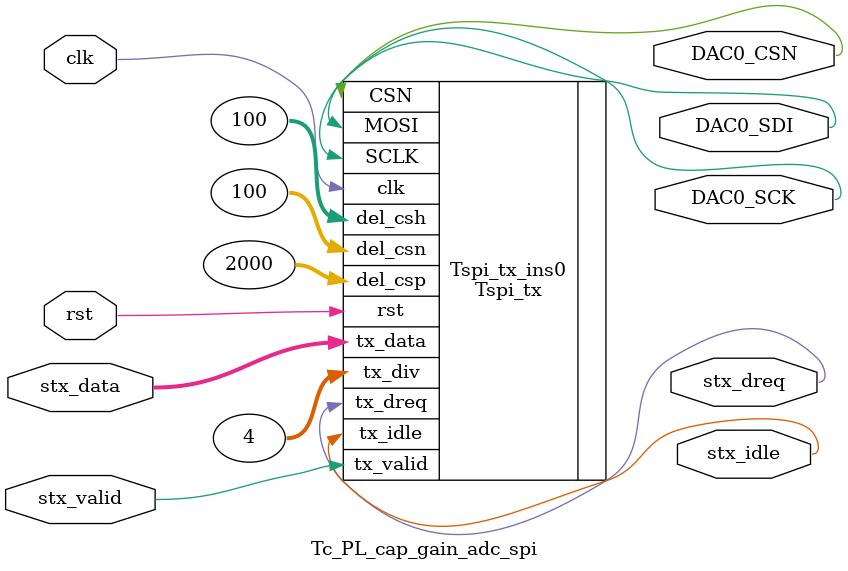
<source format=v>
`timescale 1ns / 1ps


module Tc_PL_cap_gain_adc_spi
#(
parameter SPI0_0  = 8
)(
input                     clk                ,
input                     rst                ,
output                    stx_idle           ,
output                    stx_dreq           ,
input                     stx_valid          ,
input    [SPI0_0-1:0]     stx_data           ,
output                    DAC0_SDI           ,
output                    DAC0_SCK           ,
output                    DAC0_CSN
    );

Tspi_tx
#(
.SPI0_0 (SPI0_0 ),
.SPI0_1 (32     ),
.SPI0_2 (32     )
)
Tspi_tx_ins0
(
.clk         (clk         ),
.rst         (rst         ),
.tx_idle     (stx_idle    ),
.tx_dreq     (stx_dreq    ),
.tx_valid    (stx_valid   ),
.tx_data     (stx_data    ),
.tx_div      (4           ),
.del_csh     (100         ),
.del_csn     (100         ),
.del_csp     (2000        ),
.CSN         (DAC0_CSN    ),
.SCLK        (DAC0_SCK    ),
.MOSI        (DAC0_SDI    )
    );

endmodule

</source>
